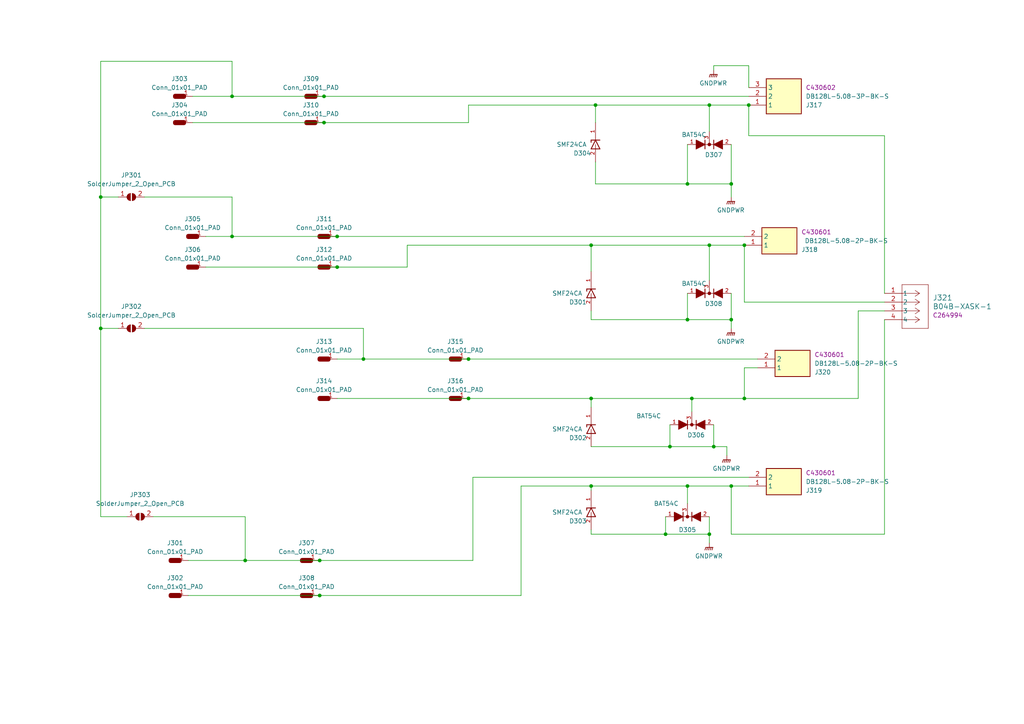
<source format=kicad_sch>
(kicad_sch (version 20230121) (generator eeschema)
  (paper "A4")
  (lib_symbols
    (symbol "PCB_Library:1729128"
      (property "Reference" "J" (at 16.51 7.62 0))
      (property "Value" "XY128V-A-5.08-2P" (at 16.51 5.08 0))
      (property "LCSC" "C557665" (at 8.89 6.35 0))
      (symbol "1729128_1_1"
        (rectangle (start 5.08 2.54) (end 15.24 -5.08) (stroke (width 0.254)) (fill (type background)))
        (pin passive line (at 0 0 0) (length 5.08) (name "1") (number "1"))
        (pin passive line (at 0 -2.54 0) (length 5.08) (name "2") (number "2"))
      )
    )
    (symbol "PCB_Library:B04B-XASK-1" (pin_names (offset 0.254))
      (property "Reference" "J" (at 8.89 6.35 0))
      (property "Value" "B04B-XASK-1" (at 2.54 10.16 0))
      (property "LCSC" "C264994" (at -5.08 3.81 0))
      (symbol "B04B-XASK-1_1_1"
        (polyline (pts (xy 5.08 -10.16) (xy 12.7 -10.16)) (stroke (width 0.127)))
        (polyline (pts (xy 5.08 2.54) (xy 5.08 -10.16)) (stroke (width 0.127)))
        (polyline (pts (xy 10.16 -7.62) (xy 5.08 -7.62)) (stroke (width 0.127)))
        (polyline (pts (xy 10.16 -7.62) (xy 8.89 -8.4667)) (stroke (width 0.127)))
        (polyline (pts (xy 10.16 -7.62) (xy 8.89 -6.7733)) (stroke (width 0.127)))
        (polyline (pts (xy 10.16 -5.08) (xy 5.08 -5.08)) (stroke (width 0.127)))
        (polyline (pts (xy 10.16 -5.08) (xy 8.89 -5.9267)) (stroke (width 0.127)))
        (polyline (pts (xy 10.16 -5.08) (xy 8.89 -4.2333)) (stroke (width 0.127)))
        (polyline (pts (xy 10.16 -2.54) (xy 5.08 -2.54)) (stroke (width 0.127)))
        (polyline (pts (xy 10.16 -2.54) (xy 8.89 -3.3867)) (stroke (width 0.127)))
        (polyline (pts (xy 10.16 -2.54) (xy 8.89 -1.6933)) (stroke (width 0.127)))
        (polyline (pts (xy 10.16 0) (xy 5.08 0)) (stroke (width 0.127)))
        (polyline (pts (xy 10.16 0) (xy 8.89 -0.8467)) (stroke (width 0.127)))
        (polyline (pts (xy 10.16 0) (xy 8.89 0.8467)) (stroke (width 0.127)))
        (polyline (pts (xy 12.7 -10.16) (xy 12.7 2.54)) (stroke (width 0.127)))
        (polyline (pts (xy 12.7 2.54) (xy 5.08 2.54)) (stroke (width 0.127)))
        (pin unspecified line (at 0 0 0) (length 5.08) (name "1") (number "1"))
        (pin unspecified line (at 0 -2.54 0) (length 5.08) (name "2") (number "2"))
        (pin unspecified line (at 0 -5.08 0) (length 5.08) (name "3") (number "3"))
        (pin unspecified line (at 0 -7.62 0) (length 5.08) (name "4") (number "4"))
      )
      (symbol "B04B-XASK-1_1_2"
        (polyline (pts (xy 5.08 -10.16) (xy 12.7 -10.16)) (stroke (width 0.127)))
        (polyline (pts (xy 5.08 2.54) (xy 5.08 -10.16)) (stroke (width 0.127)))
        (polyline (pts (xy 7.62 -7.62) (xy 5.08 -7.62)) (stroke (width 0.127)))
        (polyline (pts (xy 7.62 -7.62) (xy 8.89 -8.4667)) (stroke (width 0.127)))
        (polyline (pts (xy 7.62 -7.62) (xy 8.89 -6.7733)) (stroke (width 0.127)))
        (polyline (pts (xy 7.62 -5.08) (xy 5.08 -5.08)) (stroke (width 0.127)))
        (polyline (pts (xy 7.62 -5.08) (xy 8.89 -5.9267)) (stroke (width 0.127)))
        (polyline (pts (xy 7.62 -5.08) (xy 8.89 -4.2333)) (stroke (width 0.127)))
        (polyline (pts (xy 7.62 -2.54) (xy 5.08 -2.54)) (stroke (width 0.127)))
        (polyline (pts (xy 7.62 -2.54) (xy 8.89 -3.3867)) (stroke (width 0.127)))
        (polyline (pts (xy 7.62 -2.54) (xy 8.89 -1.6933)) (stroke (width 0.127)))
        (polyline (pts (xy 7.62 0) (xy 5.08 0)) (stroke (width 0.127)))
        (polyline (pts (xy 7.62 0) (xy 8.89 -0.8467)) (stroke (width 0.127)))
        (polyline (pts (xy 7.62 0) (xy 8.89 0.8467)) (stroke (width 0.127)))
        (polyline (pts (xy 12.7 -10.16) (xy 12.7 2.54)) (stroke (width 0.127)))
        (polyline (pts (xy 12.7 2.54) (xy 5.08 2.54)) (stroke (width 0.127)))
        (pin unspecified line (at 0 0 0) (length 5.08) (name "1") (number "1"))
        (pin unspecified line (at 0 -2.54 0) (length 5.08) (name "2") (number "2"))
        (pin unspecified line (at 0 -5.08 0) (length 5.08) (name "3") (number "3"))
        (pin unspecified line (at 0 -7.62 0) (length 5.08) (name "4") (number "4"))
      )
    )
    (symbol "PCB_Library:BAT54C" (pin_names (offset 1.016))
      (property "Reference" "D" (at 6.35 5.08 0))
      (property "Value" "BAT54C" (at 5.08 -5.08 0))
      (symbol "BAT54C_0_0"
        (polyline (pts (xy -1.27 -1.27) (xy 1.27 -1.27)) (stroke (width 0.254)))
        (polyline (pts (xy 0 1.27) (xy -1.27 1.27)) (stroke (width 0.254)))
        (polyline (pts (xy 0 1.27) (xy 0 -1.27)) (stroke (width 0.1524)))
        (polyline (pts (xy 1.27 1.27) (xy 0 1.27)) (stroke (width 0.254)))
        (polyline (pts (xy -1.27 -3.81) (xy 0 -1.27) (xy 1.27 -3.81) (xy -1.27 -3.81)) (stroke (width 0.254)) (fill (type outline)))
        (polyline (pts (xy -1.27 3.81) (xy 1.27 3.81) (xy 0 1.27) (xy -1.27 3.81)) (stroke (width 0.254)) (fill (type outline)))
        (circle (center 0 0) (radius 0.254) (stroke (width 0.508)))
        (pin passive line (at 0 6.35 270) (length 2.54) (name "~") (number "1"))
        (pin passive line (at 0 -6.35 90) (length 2.54) (name "~") (number "2"))
        (pin passive line (at 3.81 0 180) (length 3.54) (name "~") (number "3"))
      )
    )
    (symbol "PCB_Library:Conn_01x01_PAD" (pin_names (offset 1.016) hide)
      (property "Reference" "J" (at 0 2.54 0))
      (property "Value" "Conn_01x01_PAD" (at 1.27 -3.81 0))
      (symbol "Conn_01x01_PAD_1_1"
        (polyline (pts (xy 1.27 0) (xy 0.8636 0)) (stroke (width 0.1524)))
        (rectangle (start 0 0.127) (end 2.54 -0.127) (stroke (width 1.2192)) (fill (type outline)))
        (pin passive line (at 5.08 0 180) (length 3.81) (name "Pin_1") (number "1"))
      )
    )
    (symbol "PCB_Library:SMBJ24A" (pin_names (offset 1.016))
      (property "Reference" "D" (at -5.0835 2.4159 0))
      (property "Value" "SMBJ24A" (at -5.0854 -4.9611 0))
      (symbol "SMBJ24A_0_0"
        (polyline (pts (xy -1.27 -1.27) (xy -1.27 0)) (stroke (width 0.254)))
        (polyline (pts (xy -1.27 0) (xy -1.27 1.27)) (stroke (width 0.254)))
        (polyline (pts (xy -1.27 0) (xy 1.27 -1.27)) (stroke (width 0.254)))
        (polyline (pts (xy -0.635 -1.27) (xy -1.27 -1.27)) (stroke (width 0.254)))
        (polyline (pts (xy 1.27 -1.27) (xy 1.27 1.27)) (stroke (width 0.254)))
        (polyline (pts (xy 1.27 1.27) (xy -1.27 0)) (stroke (width 0.254)))
      )
      (symbol "SMBJ24A_1_0"
        (pin passive line (at -6.35 0 0) (length 5.08) (name "~") (number "1"))
        (pin passive line (at 5.08 0 180) (length 5.08) (name "~") (number "2"))
      )
    )
    (symbol "PCB_Library:SolderJumper_2_Open" (pin_names (offset 0) hide)
      (property "Reference" "JP" (at 0 2.032 0))
      (property "Value" "SolderJumper_2_Open_PCB" (at 0 -2.54 0))
      (symbol "SolderJumper_2_Open_0_1"
        (arc (start -0.254 1.016) (mid -1.2656 0) (end -0.254 -1.016))
        (arc (start -0.254 1.016) (mid -1.2656 0) (end -0.254 -1.016) (fill (type outline)))
        (polyline (pts (xy -0.254 1.016) (xy -0.254 -1.016)))
        (polyline (pts (xy 0.254 1.016) (xy 0.254 -1.016)))
        (arc (start 0.254 -1.016) (mid 1.2656 0) (end 0.254 1.016))
        (arc (start 0.254 -1.016) (mid 1.2656 0) (end 0.254 1.016) (fill (type outline)))
      )
      (symbol "SolderJumper_2_Open_1_1"
        (pin passive line (at -3.81 0 0) (length 2.54) (name "A") (number "1"))
        (pin passive line (at 3.81 0 180) (length 2.54) (name "B") (number "2"))
      )
    )
    (symbol "PCB_Library:XY128V-A-5.08-3P"
      (property "Reference" "J" (at 16.51 7.62 0))
      (property "Value" "XY128V-A-5.08-3P" (at 16.51 5.08 0))
      (property "LCSC" "C557666" (at 8.89 6.35 0))
      (symbol "XY128V-A-5.08-3P_1_1"
        (rectangle (start 5.08 2.54) (end 15.24 -7.62) (stroke (width 0.254)) (fill (type background)))
        (pin passive line (at 0 0 0) (length 5.08) (name "1") (number "1"))
        (pin passive line (at 0 -2.54 0) (length 5.08) (name "2") (number "2"))
        (pin passive line (at 0 -5.08 0) (length 5.08) (name "3") (number "3"))
      )
    )
    (symbol "power:GNDPWR" (power) (pin_names (offset 0))
      (property "Value" "GNDPWR" (at 0 -3.302 0))
      (symbol "GNDPWR_0_1"
        (polyline (pts (xy 0 -1.27) (xy 0 0)))
        (polyline (pts (xy -1.016 -1.27) (xy -1.27 -2.032) (xy -1.27 -2.032)) (stroke (width 0.2032)))
        (polyline (pts (xy -0.508 -1.27) (xy -0.762 -2.032) (xy -0.762 -2.032)) (stroke (width 0.2032)))
        (polyline (pts (xy 0 -1.27) (xy -0.254 -2.032) (xy -0.254 -2.032)) (stroke (width 0.2032)))
        (polyline (pts (xy 0.508 -1.27) (xy 0.254 -2.032) (xy 0.254 -2.032)) (stroke (width 0.2032)))
        (polyline (pts (xy 1.016 -1.27) (xy -1.016 -1.27) (xy -1.016 -1.27)) (stroke (width 0.2032)))
        (polyline (pts (xy 1.016 -1.27) (xy 0.762 -2.032) (xy 0.762 -2.032) (xy 0.762 -2.032)) (stroke (width 0.2032)))
      )
      (symbol "GNDPWR_1_1"
        (pin power_in line (at 0 0 270) (length 0) hide (name "GNDPWR") (number "1"))
      )
    )
  )
  (junction (at 105.41 104.14))
  (junction (at 193.04 154.94))
  (junction (at 199.39 92.71))
  (junction (at 93.98 35.56))
  (junction (at 215.9 71.12))
  (junction (at 67.31 27.94))
  (junction (at 67.31 68.58))
  (junction (at 171.45 71.12))
  (junction (at 199.39 140.97))
  (junction (at 29.21 57.15))
  (junction (at 207.01 129.54))
  (junction (at 93.98 27.94))
  (junction (at 97.79 68.58))
  (junction (at 205.74 30.48))
  (junction (at 92.71 162.56))
  (junction (at 29.21 95.25))
  (junction (at 92.71 172.72))
  (junction (at 217.17 30.48))
  (junction (at 212.09 53.34))
  (junction (at 135.89 104.14))
  (junction (at 172.72 30.48))
  (junction (at 205.74 154.94))
  (junction (at 171.45 115.57))
  (junction (at 171.45 140.97))
  (junction (at 212.09 140.97))
  (junction (at 97.79 77.47))
  (junction (at 212.09 92.71))
  (junction (at 215.9 115.57))
  (junction (at 200.66 115.57))
  (junction (at 205.74 71.12))
  (junction (at 71.12 162.56))
  (junction (at 194.31 129.54))
  (junction (at 199.39 53.34))
  (junction (at 135.89 115.57))
  (wire (pts (xy 54.61 162.56) (xy 71.12 162.56)))
  (wire (pts (xy 256.54 39.37) (xy 256.54 85.09)))
  (wire (pts (xy 212.09 41.91) (xy 212.09 53.34)))
  (wire (pts (xy 135.89 104.14) (xy 219.71 104.14)))
  (wire (pts (xy 215.9 115.57) (xy 248.92 115.57)))
  (wire (pts (xy 193.04 154.94) (xy 205.74 154.94)))
  (wire (pts (xy 151.13 172.72) (xy 92.71 172.72)))
  (wire (pts (xy 193.04 149.86) (xy 193.04 154.94)))
  (wire (pts (xy 93.98 27.94) (xy 217.17 27.94)))
  (wire (pts (xy 172.72 30.48) (xy 205.74 30.48)))
  (wire (pts (xy 105.41 104.14) (xy 135.89 104.14)))
  (wire (pts (xy 212.09 154.94) (xy 256.54 154.94)))
  (wire (pts (xy 199.39 140.97) (xy 212.09 140.97)))
  (wire (pts (xy 118.11 71.12) (xy 118.11 77.47)))
  (wire (pts (xy 199.39 53.34) (xy 212.09 53.34)))
  (wire (pts (xy 171.45 115.57) (xy 171.45 118.11)))
  (wire (pts (xy 97.79 115.57) (xy 135.89 115.57)))
  (wire (pts (xy 207.01 19.05) (xy 207.01 20.32)))
  (wire (pts (xy 34.29 57.15) (xy 29.21 57.15)))
  (wire (pts (xy 29.21 149.86) (xy 29.21 95.25)))
  (wire (pts (xy 172.72 30.48) (xy 172.72 35.56)))
  (wire (pts (xy 135.89 30.48) (xy 135.89 35.56)))
  (wire (pts (xy 105.41 95.25) (xy 105.41 104.14)))
  (wire (pts (xy 194.31 123.19) (xy 194.31 129.54)))
  (wire (pts (xy 36.83 149.86) (xy 29.21 149.86)))
  (wire (pts (xy 199.39 85.09) (xy 199.39 92.71)))
  (wire (pts (xy 55.88 35.56) (xy 93.98 35.56)))
  (wire (pts (xy 171.45 154.94) (xy 193.04 154.94)))
  (wire (pts (xy 172.72 46.99) (xy 172.72 53.34)))
  (wire (pts (xy 212.09 57.15) (xy 212.09 53.34)))
  (wire (pts (xy 29.21 17.78) (xy 67.31 17.78)))
  (wire (pts (xy 212.09 140.97) (xy 217.17 140.97)))
  (wire (pts (xy 171.45 71.12) (xy 205.74 71.12)))
  (wire (pts (xy 212.09 85.09) (xy 212.09 92.71)))
  (wire (pts (xy 92.71 162.56) (xy 137.16 162.56)))
  (wire (pts (xy 210.82 129.54) (xy 207.01 129.54)))
  (wire (pts (xy 205.74 30.48) (xy 205.74 38.1)))
  (wire (pts (xy 41.91 57.15) (xy 67.31 57.15)))
  (wire (pts (xy 137.16 162.56) (xy 137.16 138.43)))
  (wire (pts (xy 171.45 92.71) (xy 171.45 90.17)))
  (wire (pts (xy 93.98 35.56) (xy 135.89 35.56)))
  (wire (pts (xy 171.45 153.67) (xy 171.45 154.94)))
  (wire (pts (xy 215.9 106.68) (xy 219.71 106.68)))
  (wire (pts (xy 44.45 149.86) (xy 71.12 149.86)))
  (wire (pts (xy 171.45 140.97) (xy 171.45 142.24)))
  (wire (pts (xy 207.01 19.05) (xy 217.17 19.05)))
  (wire (pts (xy 151.13 140.97) (xy 151.13 172.72)))
  (wire (pts (xy 212.09 95.25) (xy 212.09 92.71)))
  (wire (pts (xy 71.12 149.86) (xy 71.12 162.56)))
  (wire (pts (xy 54.61 172.72) (xy 92.71 172.72)))
  (wire (pts (xy 137.16 138.43) (xy 217.17 138.43)))
  (wire (pts (xy 215.9 106.68) (xy 215.9 115.57)))
  (wire (pts (xy 205.74 30.48) (xy 217.17 30.48)))
  (wire (pts (xy 248.92 115.57) (xy 248.92 90.17)))
  (wire (pts (xy 118.11 71.12) (xy 171.45 71.12)))
  (wire (pts (xy 151.13 140.97) (xy 171.45 140.97)))
  (wire (pts (xy 205.74 71.12) (xy 215.9 71.12)))
  (wire (pts (xy 67.31 57.15) (xy 67.31 68.58)))
  (wire (pts (xy 217.17 39.37) (xy 256.54 39.37)))
  (wire (pts (xy 194.31 129.54) (xy 207.01 129.54)))
  (wire (pts (xy 215.9 87.63) (xy 215.9 71.12)))
  (wire (pts (xy 205.74 71.12) (xy 205.74 81.28)))
  (wire (pts (xy 41.91 95.25) (xy 105.41 95.25)))
  (wire (pts (xy 67.31 68.58) (xy 97.79 68.58)))
  (wire (pts (xy 199.39 140.97) (xy 199.39 146.05)))
  (wire (pts (xy 200.66 115.57) (xy 215.9 115.57)))
  (wire (pts (xy 256.54 154.94) (xy 256.54 92.71)))
  (wire (pts (xy 172.72 53.34) (xy 199.39 53.34)))
  (wire (pts (xy 97.79 104.14) (xy 105.41 104.14)))
  (wire (pts (xy 248.92 90.17) (xy 256.54 90.17)))
  (wire (pts (xy 205.74 157.48) (xy 205.74 154.94)))
  (wire (pts (xy 171.45 140.97) (xy 199.39 140.97)))
  (wire (pts (xy 29.21 17.78) (xy 29.21 57.15)))
  (wire (pts (xy 171.45 92.71) (xy 199.39 92.71)))
  (wire (pts (xy 59.69 77.47) (xy 97.79 77.47)))
  (wire (pts (xy 207.01 123.19) (xy 207.01 129.54)))
  (wire (pts (xy 256.54 87.63) (xy 215.9 87.63)))
  (wire (pts (xy 171.45 115.57) (xy 200.66 115.57)))
  (wire (pts (xy 29.21 95.25) (xy 34.29 95.25)))
  (wire (pts (xy 212.09 140.97) (xy 212.09 154.94)))
  (wire (pts (xy 217.17 19.05) (xy 217.17 25.4)))
  (wire (pts (xy 67.31 27.94) (xy 93.98 27.94)))
  (wire (pts (xy 67.31 17.78) (xy 67.31 27.94)))
  (wire (pts (xy 59.69 68.58) (xy 67.31 68.58)))
  (wire (pts (xy 71.12 162.56) (xy 92.71 162.56)))
  (wire (pts (xy 171.45 71.12) (xy 171.45 78.74)))
  (wire (pts (xy 200.66 115.57) (xy 200.66 119.38)))
  (wire (pts (xy 199.39 92.71) (xy 212.09 92.71)))
  (wire (pts (xy 210.82 132.08) (xy 210.82 129.54)))
  (wire (pts (xy 135.89 30.48) (xy 172.72 30.48)))
  (wire (pts (xy 217.17 30.48) (xy 217.17 39.37)))
  (wire (pts (xy 97.79 68.58) (xy 215.9 68.58)))
  (wire (pts (xy 55.88 27.94) (xy 67.31 27.94)))
  (wire (pts (xy 199.39 41.91) (xy 199.39 53.34)))
  (wire (pts (xy 97.79 77.47) (xy 118.11 77.47)))
  (wire (pts (xy 29.21 57.15) (xy 29.21 95.25)))
  (wire (pts (xy 205.74 149.86) (xy 205.74 154.94)))
  (wire (pts (xy 135.89 115.57) (xy 171.45 115.57)))
  (wire (pts (xy 171.45 129.54) (xy 194.31 129.54)))
  (symbol (lib_id "PCB_Library:Conn_01x01_PAD") (at 50.8 27.94 0) (unit 1)
    (property "Reference" "J303" (at 52.07 22.86 0))
    (property "Value" "Conn_01x01_PAD" (at 52.07 25.4 0))
    (property "Footprint" "PCB_Library:Conn_pin_PLC" (effects hide))
  )
  (symbol (lib_id "PCB_Library:Conn_01x01_PAD") (at 88.9 35.56 0) (unit 1)
    (property "Reference" "J310" (at 90.17 30.48 0))
    (property "Value" "Conn_01x01_PAD" (at 90.17 33.02 0))
    (property "Footprint" "PCB_Library:Conn_pin_PLC" (effects hide))
  )
  (symbol (lib_id "PCB_Library:SMBJ24A") (at 171.45 124.46 270) (unit 1)
    (property "Reference" "D302" (at 170.18 127 90) (effects (justify right)))
    (property "Value" "SMF24CA" (at 168.91 124.46 90) (effects (justify right)))
    (property "Footprint" "Diode_SMD:D_SOD-123F" (effects hide))
    (property "Datasheet" "https://jlcpcb.com/partdetail/Hongjiacheng-SMF24CA/C19077515" (effects hide))
    (property "MAXIMUM_PACKAGE_HEIGHT" "2.65 mm" (effects hide))
    (property "MANUFACTURER" "hongjiacheng" (effects hide))
    (property "STANDARD" "IPC-7351B" (effects hide))
    (property "LCSC" "C19077515" (effects hide))
  )
  (symbol (lib_id "PCB_Library:Conn_01x01_PAD") (at 88.9 27.94 0) (unit 1)
    (property "Reference" "J309" (at 90.17 22.86 0))
    (property "Value" "Conn_01x01_PAD" (at 90.17 25.4 0))
    (property "Footprint" "PCB_Library:Conn_pin_PLC" (effects hide))
  )
  (symbol (lib_id "PCB_Library:SolderJumper_2_Open") (at 38.1 57.15 0) (unit 1)
    (property "Reference" "JP301" (at 38.1 50.8 0))
    (property "Value" "SolderJumper_2_Open_PCB" (at 38.1 53.34 0))
    (property "Footprint" "PCB_Library:SolderJumper-2_P2.6mm_Open_RoundedPad2.0x3mm" (effects hide))
  )
  (symbol (lib_id "power:GNDPWR") (at 212.09 95.25 0) (unit 1)
    (property "Reference" "#PWR0305" (effects hide))
    (property "Value" "GNDPWR" (at 211.963 99.06 0))
  )
  (symbol (lib_id "PCB_Library:Conn_01x01_PAD") (at 130.81 104.14 0) (unit 1)
    (property "Reference" "J315" (at 132.08 99.06 0))
    (property "Value" "Conn_01x01_PAD" (at 132.08 101.6 0))
    (property "Footprint" "PCB_Library:Conn_pin_PLC" (effects hide))
  )
  (symbol (lib_id "PCB_Library:Conn_01x01_PAD") (at 49.53 172.72 0) (unit 1)
    (property "Reference" "J302" (at 50.8 167.64 0))
    (property "Value" "Conn_01x01_PAD" (at 50.8 170.18 0))
    (property "Footprint" "PCB_Library:Conn_pin_PLC" (effects hide))
  )
  (symbol (lib_id "PCB_Library:1729128") (at 217.17 140.97 0) (mirror x) (unit 1)
    (property "Reference" "J319" (at 233.68 142.24 0) (effects (justify left)))
    (property "Value" "DB128L-5.08-2P-BK-S" (at 233.68 139.7 0) (effects (justify left)))
    (property "Footprint" "PCB_Library:1729128" (effects hide))
    (property "Datasheet" "https://jlcpcb.com/partdetail/581028-XY128V_A_5_082P/C557665" (effects hide))
    (property "Height" "10.15" (effects hide))
    (property "Mouser Part Number" "651-1729128" (effects hide))
    (property "LCSC" "C430601" (at 233.68 137.16 0) (effects (justify left)))
  )
  (symbol (lib_id "PCB_Library:BAT54C") (at 199.39 149.86 90) (unit 1)
    (property "Reference" "D305" (at 201.93 153.67 90) (effects (justify left)))
    (property "Value" "BAT54C" (at 196.85 146.05 90) (effects (justify left)))
    (property "Footprint" "Package_TO_SOT_SMD:SOT-23" (effects hide))
    (property "Datasheet" "https://datasheet.lcsc.com/lcsc/1811141223_Nexperia-BAT54C-215_C37704.pdf" (effects hide))
    (property "LCSC" "C37704" (effects hide))
    (property "MAX_TEMP" "150 C" (effects hide))
  )
  (symbol (lib_id "PCB_Library:BAT54C") (at 200.66 123.19 90) (unit 1)
    (property "Reference" "D306" (at 204.47 126.1872 90) (effects (justify left)))
    (property "Value" "BAT54C" (at 191.77 120.65 90) (effects (justify left)))
    (property "Footprint" "Package_TO_SOT_SMD:SOT-23" (effects hide))
    (property "Datasheet" "https://datasheet.lcsc.com/lcsc/1811141223_Nexperia-BAT54C-215_C37704.pdf" (effects hide))
    (property "LCSC" "C37704" (effects hide))
    (property "MAX_TEMP" "150 C" (effects hide))
  )
  (symbol (lib_id "PCB_Library:SMBJ24A") (at 172.72 41.91 270) (unit 1)
    (property "Reference" "D304" (at 171.45 44.45 90) (effects (justify right)))
    (property "Value" "SMF24CA" (at 170.18 41.91 90) (effects (justify right)))
    (property "Footprint" "Diode_SMD:D_SOD-123F" (effects hide))
    (property "Datasheet" "https://jlcpcb.com/partdetail/Hongjiacheng-SMF24CA/C19077515" (effects hide))
    (property "MAXIMUM_PACKAGE_HEIGHT" "2.65 mm" (effects hide))
    (property "MANUFACTURER" "hongjiacheng" (effects hide))
    (property "STANDARD" "IPC-7351B" (effects hide))
    (property "LCSC" "C19077515" (effects hide))
  )
  (symbol (lib_id "PCB_Library:SMBJ24A") (at 171.45 85.09 270) (unit 1)
    (property "Reference" "D301" (at 170.18 87.63 90) (effects (justify right)))
    (property "Value" "SMF24CA" (at 168.91 85.09 90) (effects (justify right)))
    (property "Footprint" "Diode_SMD:D_SOD-123F" (effects hide))
    (property "Datasheet" "https://jlcpcb.com/partdetail/Hongjiacheng-SMF24CA/C19077515" (effects hide))
    (property "MAXIMUM_PACKAGE_HEIGHT" "2.65 mm" (effects hide))
    (property "MANUFACTURER" "hongjiacheng" (effects hide))
    (property "STANDARD" "IPC-7351B" (effects hide))
    (property "LCSC" "C19077515" (effects hide))
  )
  (symbol (lib_id "PCB_Library:Conn_01x01_PAD") (at 130.81 115.57 0) (unit 1)
    (property "Reference" "J316" (at 132.08 110.49 0))
    (property "Value" "Conn_01x01_PAD" (at 132.08 113.03 0))
    (property "Footprint" "PCB_Library:Conn_pin_PLC" (effects hide))
  )
  (symbol (lib_id "PCB_Library:B04B-XASK-1") (at 256.54 85.09 0) (unit 1)
    (property "Reference" "J321" (at 270.51 86.36 0) (effects (font (size 1.524 1.524)) (justify left)))
    (property "Value" "B04B-XASK-1" (at 270.51 88.9 0) (effects (font (size 1.524 1.524)) (justify left)))
    (property "Footprint" "PCB_Library:CONN_B04B-XASK-1_JST" (effects hide))
    (property "Datasheet" "B04B-XASK-1" (effects hide))
    (property "LCSC" "C264994" (at 270.51 91.44 0) (effects (justify left)))
  )
  (symbol (lib_id "PCB_Library:Conn_01x01_PAD") (at 92.71 115.57 0) (unit 1)
    (property "Reference" "J314" (at 93.98 110.49 0))
    (property "Value" "Conn_01x01_PAD" (at 93.98 113.03 0))
    (property "Footprint" "PCB_Library:Conn_pin_PLC" (effects hide))
  )
  (symbol (lib_id "PCB_Library:SolderJumper_2_Open") (at 40.64 149.86 0) (unit 1)
    (property "Reference" "JP303" (at 40.64 143.51 0))
    (property "Value" "SolderJumper_2_Open_PCB" (at 40.64 146.05 0))
    (property "Footprint" "PCB_Library:SolderJumper-2_P2.6mm_Open_RoundedPad2.0x3mm" (effects hide))
  )
  (symbol (lib_id "PCB_Library:Conn_01x01_PAD") (at 87.63 162.56 0) (unit 1)
    (property "Reference" "J307" (at 88.9 157.48 0))
    (property "Value" "Conn_01x01_PAD" (at 88.9 160.02 0))
    (property "Footprint" "PCB_Library:Conn_pin_PLC" (effects hide))
  )
  (symbol (lib_id "power:GNDPWR") (at 207.01 20.32 0) (unit 1)
    (property "Reference" "#PWR0302" (effects hide))
    (property "Value" "GNDPWR" (at 206.883 24.13 0))
  )
  (symbol (lib_id "PCB_Library:BAT54C") (at 205.74 41.91 90) (unit 1)
    (property "Reference" "D307" (at 209.55 44.9072 90) (effects (justify left)))
    (property "Value" "BAT54C" (at 204.9272 39.0652 90) (effects (justify left)))
    (property "Footprint" "Package_TO_SOT_SMD:SOT-23" (effects hide))
    (property "Datasheet" "https://datasheet.lcsc.com/lcsc/1811141223_Nexperia-BAT54C-215_C37704.pdf" (effects hide))
    (property "LCSC" "C37704" (effects hide))
    (property "MAX_TEMP" "150 C" (effects hide))
  )
  (symbol (lib_id "PCB_Library:1729128") (at 219.71 106.68 0) (mirror x) (unit 1)
    (property "Reference" "J320" (at 236.22 107.95 0) (effects (justify left)))
    (property "Value" "DB128L-5.08-2P-BK-S" (at 236.22 105.41 0) (effects (justify left)))
    (property "Footprint" "PCB_Library:1729128" (effects hide))
    (property "Datasheet" "https://jlcpcb.com/partdetail/581028-XY128V_A_5_082P/C557665" (effects hide))
    (property "Height" "10.15" (effects hide))
    (property "Mouser Part Number" "651-1729128" (effects hide))
    (property "LCSC" "C430601" (at 236.22 102.87 0) (effects (justify left)))
  )
  (symbol (lib_id "PCB_Library:Conn_01x01_PAD") (at 49.53 162.56 0) (unit 1)
    (property "Reference" "J301" (at 50.8 157.48 0))
    (property "Value" "Conn_01x01_PAD" (at 50.8 160.02 0))
    (property "Footprint" "PCB_Library:Conn_pin_PLC" (effects hide))
  )
  (symbol (lib_id "PCB_Library:SolderJumper_2_Open") (at 38.1 95.25 0) (unit 1)
    (property "Reference" "JP302" (at 38.1 88.9 0))
    (property "Value" "SolderJumper_2_Open_PCB" (at 38.1 91.44 0))
    (property "Footprint" "PCB_Library:SolderJumper-2_P2.6mm_Open_RoundedPad2.0x3mm" (effects hide))
  )
  (symbol (lib_id "PCB_Library:SMBJ24A") (at 171.45 148.59 270) (unit 1)
    (property "Reference" "D303" (at 170.18 151.13 90) (effects (justify right)))
    (property "Value" "SMF24CA" (at 168.91 148.59 90) (effects (justify right)))
    (property "Footprint" "Diode_SMD:D_SOD-123F" (effects hide))
    (property "Datasheet" "https://jlcpcb.com/partdetail/Hongjiacheng-SMF24CA/C19077515" (effects hide))
    (property "MAXIMUM_PACKAGE_HEIGHT" "2.65 mm" (effects hide))
    (property "MANUFACTURER" "hongjiacheng" (effects hide))
    (property "STANDARD" "IPC-7351B" (effects hide))
    (property "LCSC" "C19077515" (effects hide))
  )
  (symbol (lib_id "power:GNDPWR") (at 205.74 157.48 0) (unit 1)
    (property "Reference" "#PWR0301" (effects hide))
    (property "Value" "GNDPWR" (at 205.613 161.29 0))
  )
  (symbol (lib_id "PCB_Library:Conn_01x01_PAD") (at 54.61 77.47 0) (unit 1)
    (property "Reference" "J306" (at 55.88 72.39 0))
    (property "Value" "Conn_01x01_PAD" (at 55.88 74.93 0))
    (property "Footprint" "PCB_Library:Conn_pin_PLC" (effects hide))
  )
  (symbol (lib_id "power:GNDPWR") (at 212.09 57.15 0) (unit 1)
    (property "Reference" "#PWR0304" (effects hide))
    (property "Value" "GNDPWR" (at 211.963 60.96 0))
  )
  (symbol (lib_id "PCB_Library:Conn_01x01_PAD") (at 87.63 172.72 0) (unit 1)
    (property "Reference" "J308" (at 88.9 167.64 0))
    (property "Value" "Conn_01x01_PAD" (at 88.9 170.18 0))
    (property "Footprint" "PCB_Library:Conn_pin_PLC" (effects hide))
  )
  (symbol (lib_id "PCB_Library:1729128") (at 215.9 71.12 0) (mirror x) (unit 1)
    (property "Reference" "J318" (at 232.41 72.39 0) (effects (justify left)))
    (property "Value" " DB128L-5.08-2P-BK-S" (at 232.41 69.85 0) (effects (justify left)))
    (property "Footprint" "PCB_Library:1729128" (effects hide))
    (property "Datasheet" "https://jlcpcb.com/partdetail/581028-XY128V_A_5_082P/C557665" (effects hide))
    (property "Height" "10.15" (effects hide))
    (property "Mouser Part Number" "651-1729128" (effects hide))
    (property "LCSC" "C430601" (at 232.41 67.31 0) (effects (justify left)))
  )
  (symbol (lib_id "PCB_Library:Conn_01x01_PAD") (at 92.71 104.14 0) (unit 1)
    (property "Reference" "J313" (at 93.98 99.06 0))
    (property "Value" "Conn_01x01_PAD" (at 93.98 101.6 0))
    (property "Footprint" "PCB_Library:Conn_pin_PLC" (effects hide))
  )
  (symbol (lib_id "PCB_Library:Conn_01x01_PAD") (at 92.71 68.58 0) (unit 1)
    (property "Reference" "J311" (at 93.98 63.5 0))
    (property "Value" "Conn_01x01_PAD" (at 93.98 66.04 0))
    (property "Footprint" "PCB_Library:Conn_pin_PLC" (effects hide))
  )
  (symbol (lib_id "PCB_Library:Conn_01x01_PAD") (at 54.61 68.58 0) (unit 1)
    (property "Reference" "J305" (at 55.88 63.5 0))
    (property "Value" "Conn_01x01_PAD" (at 55.88 66.04 0))
    (property "Footprint" "PCB_Library:Conn_pin_PLC" (effects hide))
  )
  (symbol (lib_id "PCB_Library:Conn_01x01_PAD") (at 92.71 77.47 0) (unit 1)
    (property "Reference" "J312" (at 93.98 72.39 0))
    (property "Value" "Conn_01x01_PAD" (at 93.98 74.93 0))
    (property "Footprint" "PCB_Library:Conn_pin_PLC" (effects hide))
  )
  (symbol (lib_id "power:GNDPWR") (at 210.82 132.08 0) (unit 1)
    (property "Reference" "#PWR0303" (effects hide))
    (property "Value" "GNDPWR" (at 210.693 135.89 0))
  )
  (symbol (lib_id "PCB_Library:XY128V-A-5.08-3P") (at 217.17 30.48 0) (mirror x) (unit 1)
    (property "Reference" "J317" (at 233.68 30.48 0) (effects (justify left)))
    (property "Value" "DB128L-5.08-3P-BK-S" (at 233.68 27.94 0) (effects (justify left)))
    (property "Footprint" "PCB_Library:XY128V-A-5.08-3P" (effects hide))
    (property "Datasheet" "https://jlcpcb.com/partdetail/581029-XY128V_A_5_083P/C557666" (effects hide))
    (property "Height" "10.15" (effects hide))
    (property "LCSC" "C430602" (at 233.68 25.4 0) (effects (justify left)))
  )
  (symbol (lib_id "PCB_Library:BAT54C") (at 205.74 85.09 90) (unit 1)
    (property "Reference" "D308" (at 209.55 88.0872 90) (effects (justify left)))
    (property "Value" "BAT54C" (at 204.9272 82.2452 90) (effects (justify left)))
    (property "Footprint" "Package_TO_SOT_SMD:SOT-23" (effects hide))
    (property "Datasheet" "https://datasheet.lcsc.com/lcsc/1811141223_Nexperia-BAT54C-215_C37704.pdf" (effects hide))
    (property "LCSC" "C37704" (effects hide))
    (property "MAX_TEMP" "150 C" (effects hide))
  )
  (symbol (lib_id "PCB_Library:Conn_01x01_PAD") (at 50.8 35.56 0) (unit 1)
    (property "Reference" "J304" (at 52.07 30.48 0))
    (property "Value" "Conn_01x01_PAD" (at 52.07 33.02 0))
    (property "Footprint" "PCB_Library:Conn_pin_PLC" (effects hide))
  )
)
</source>
